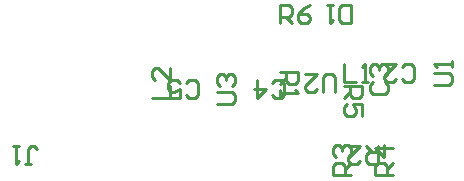
<source format=gbr>
G04*
G04 #@! TF.GenerationSoftware,Altium Limited,Altium Designer,24.9.1 (31)*
G04*
G04 Layer_Color=32768*
%FSLAX25Y25*%
%MOIN*%
G70*
G04*
G04 #@! TF.SameCoordinates,21B9ACB0-0D47-4127-AC64-11D31CE697AE*
G04*
G04*
G04 #@! TF.FilePolarity,Positive*
G04*
G01*
G75*
%ADD11C,0.01000*%
D11*
X132153Y80227D02*
Y85226D01*
X131154Y86225D01*
X129154D01*
X128155Y85226D01*
Y80227D01*
X122157Y86225D02*
X126155D01*
X122157Y82227D01*
Y81227D01*
X123156Y80227D01*
X125156D01*
X126155Y81227D01*
X135240Y89326D02*
Y83328D01*
X139239D01*
X141238D02*
X143237D01*
X142238D01*
Y89326D01*
X141238Y88326D01*
X113903Y86940D02*
X119901D01*
Y83941D01*
X118901Y82941D01*
X116902D01*
X115902Y83941D01*
Y86940D01*
Y84940D02*
X113903Y82941D01*
Y80942D02*
Y78942D01*
Y79942D01*
X119901D01*
X118901Y80942D01*
X137377Y103103D02*
Y109101D01*
X134378D01*
X133378Y108102D01*
Y104103D01*
X134378Y103103D01*
X137377D01*
X131379Y109101D02*
X129380D01*
X130379D01*
Y103103D01*
X131379Y104103D01*
X144654Y83595D02*
X143655Y82595D01*
Y80596D01*
X144654Y79596D01*
X148653D01*
X149653Y80596D01*
Y82595D01*
X148653Y83595D01*
X144654Y85594D02*
X143655Y86594D01*
Y88593D01*
X144654Y89593D01*
X145654D01*
X146653Y88593D01*
Y87594D01*
Y88593D01*
X147653Y89593D01*
X148653D01*
X149653Y88593D01*
Y86594D01*
X148653Y85594D01*
X82397Y79209D02*
X83397Y78210D01*
X85396D01*
X86396Y79209D01*
Y83208D01*
X85396Y84208D01*
X83397D01*
X82397Y83208D01*
X76399Y78210D02*
X80398D01*
Y81209D01*
X78399Y80209D01*
X77399D01*
X76399Y81209D01*
Y83208D01*
X77399Y84208D01*
X79398D01*
X80398Y83208D01*
X71214Y78021D02*
X77212D01*
Y82020D01*
Y88018D02*
Y84019D01*
X73213Y88018D01*
X72213D01*
X71214Y87018D01*
Y85019D01*
X72213Y84019D01*
X135196Y81997D02*
X141194D01*
Y78998D01*
X140195Y77999D01*
X138195D01*
X137196Y78998D01*
Y81997D01*
Y79998D02*
X135196Y77999D01*
X141194Y72001D02*
Y75999D01*
X138195D01*
X139195Y74000D01*
Y73000D01*
X138195Y72001D01*
X136196D01*
X135196Y73000D01*
Y75000D01*
X136196Y75999D01*
X154560Y84327D02*
X155559Y83328D01*
X157559D01*
X158558Y84327D01*
Y88326D01*
X157559Y89326D01*
X155559D01*
X154560Y88326D01*
X148562Y89326D02*
X152560D01*
X148562Y85327D01*
Y84327D01*
X149561Y83328D01*
X151561D01*
X152560Y84327D01*
X146534Y62160D02*
Y56162D01*
X143535D01*
X142535Y57162D01*
Y59161D01*
X143535Y60161D01*
X146534D01*
X144534D02*
X142535Y62160D01*
X136537D02*
X140536D01*
X136537Y58162D01*
Y57162D01*
X137537Y56162D01*
X139536D01*
X140536Y57162D01*
X151441Y52431D02*
X145443D01*
Y55430D01*
X146443Y56429D01*
X148442D01*
X149442Y55430D01*
Y52431D01*
Y54430D02*
X151441Y56429D01*
Y61428D02*
X145443D01*
X148442Y58429D01*
Y62428D01*
X137448Y52431D02*
X131450D01*
Y55430D01*
X132449Y56429D01*
X134449D01*
X135449Y55430D01*
Y52431D01*
Y54430D02*
X137448Y56429D01*
X132449Y58429D02*
X131450Y59429D01*
Y61428D01*
X132449Y62428D01*
X133449D01*
X134449Y61428D01*
Y60428D01*
Y61428D01*
X135449Y62428D01*
X136448D01*
X137448Y61428D01*
Y59429D01*
X136448Y58429D01*
X28652Y56056D02*
X30651D01*
X29651D01*
Y61054D01*
X30651Y62054D01*
X31651D01*
X32650Y61054D01*
X26652Y62054D02*
X24653D01*
X25653D01*
Y56056D01*
X26652Y57056D01*
X92792Y76210D02*
X97790D01*
X98790Y77210D01*
Y79209D01*
X97790Y80209D01*
X92792D01*
X93791Y82208D02*
X92792Y83208D01*
Y85207D01*
X93791Y86207D01*
X94791D01*
X95791Y85207D01*
Y84208D01*
Y85207D01*
X96790Y86207D01*
X97790D01*
X98790Y85207D01*
Y83208D01*
X97790Y82208D01*
X165128Y82328D02*
X170126D01*
X171126Y83328D01*
Y85327D01*
X170126Y86327D01*
X165128D01*
X171126Y88326D02*
Y90325D01*
Y89326D01*
X165128D01*
X166128Y88326D01*
X113899Y103103D02*
Y109101D01*
X116898D01*
X117898Y108102D01*
Y106102D01*
X116898Y105103D01*
X113899D01*
X115899D02*
X117898Y103103D01*
X123896Y109101D02*
X121897Y108102D01*
X119897Y106102D01*
Y104103D01*
X120897Y103103D01*
X122896D01*
X123896Y104103D01*
Y105103D01*
X122896Y106102D01*
X119897D01*
X111236Y79209D02*
X112235Y78210D01*
X114235D01*
X115235Y79209D01*
Y83208D01*
X114235Y84208D01*
X112235D01*
X111236Y83208D01*
X106237Y84208D02*
Y78210D01*
X109237Y81209D01*
X105238D01*
M02*

</source>
